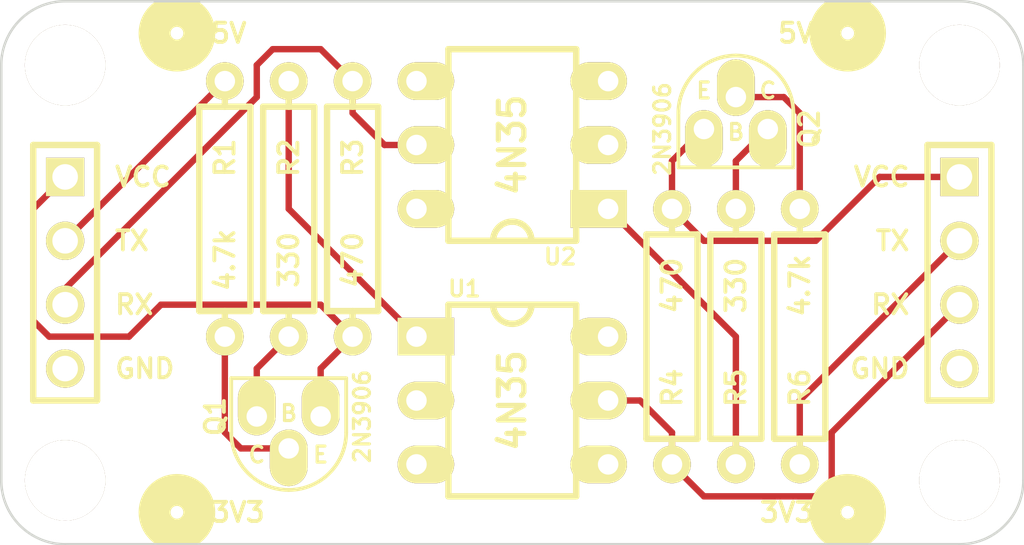
<source format=kicad_pcb>
(kicad_pcb (version 3) (host pcbnew "(2013-07-07 BZR 4022)-stable")

  (general
    (links 20)
    (no_connects 4)
    (area 0 0 0 0)
    (thickness 1.6)
    (drawings 24)
    (tracks 49)
    (zones 0)
    (modules 16)
    (nets 15)
  )

  (page A3)
  (layers
    (15 F.Cu signal)
    (0 B.Cu signal)
    (16 B.Adhes user)
    (17 F.Adhes user)
    (18 B.Paste user)
    (19 F.Paste user)
    (20 B.SilkS user)
    (21 F.SilkS user)
    (22 B.Mask user)
    (23 F.Mask user)
    (24 Dwgs.User user)
    (25 Cmts.User user)
    (26 Eco1.User user)
    (27 Eco2.User user)
    (28 Edge.Cuts user)
  )

  (setup
    (last_trace_width 0.254)
    (trace_clearance 0.254)
    (zone_clearance 0.508)
    (zone_45_only no)
    (trace_min 0.254)
    (segment_width 0.2)
    (edge_width 0.1)
    (via_size 0.889)
    (via_drill 0.635)
    (via_min_size 0.889)
    (via_min_drill 0.508)
    (uvia_size 0.508)
    (uvia_drill 0.127)
    (uvias_allowed no)
    (uvia_min_size 0.508)
    (uvia_min_drill 0.127)
    (pcb_text_width 0.3)
    (pcb_text_size 1.5 1.5)
    (mod_edge_width 0.15)
    (mod_text_size 1 1)
    (mod_text_width 0.15)
    (pad_size 1.5 1.5)
    (pad_drill 0.6)
    (pad_to_mask_clearance 0)
    (aux_axis_origin 0 0)
    (visible_elements FFFFFFBF)
    (pcbplotparams
      (layerselection 3178497)
      (usegerberextensions true)
      (excludeedgelayer true)
      (linewidth 0.150000)
      (plotframeref false)
      (viasonmask false)
      (mode 1)
      (useauxorigin false)
      (hpglpennumber 1)
      (hpglpenspeed 20)
      (hpglpendiameter 15)
      (hpglpenoverlay 2)
      (psnegative false)
      (psa4output false)
      (plotreference true)
      (plotvalue true)
      (plotothertext true)
      (plotinvisibletext false)
      (padsonsilk false)
      (subtractmaskfromsilk false)
      (outputformat 1)
      (mirror false)
      (drillshape 1)
      (scaleselection 1)
      (outputdirectory ""))
  )

  (net 0 "")
  (net 1 GNDA)
  (net 2 GNDB)
  (net 3 N-0000011)
  (net 4 N-0000012)
  (net 5 N-0000015)
  (net 6 N-000005)
  (net 7 N-000006)
  (net 8 N-000007)
  (net 9 RXA)
  (net 10 RXB)
  (net 11 TXA)
  (net 12 TXB)
  (net 13 VCCA)
  (net 14 VCCB)

  (net_class Default "This is the default net class."
    (clearance 0.254)
    (trace_width 0.254)
    (via_dia 0.889)
    (via_drill 0.635)
    (uvia_dia 0.508)
    (uvia_drill 0.127)
    (add_net "")
    (add_net GNDA)
    (add_net GNDB)
    (add_net N-0000011)
    (add_net N-0000012)
    (add_net N-0000015)
    (add_net N-000005)
    (add_net N-000006)
    (add_net N-000007)
    (add_net RXA)
    (add_net RXB)
    (add_net TXA)
    (add_net TXB)
    (add_net VCCA)
    (add_net VCCB)
  )

  (module TO-92_Q_EBC_059Bo_PL (layer F.Cu) (tedit 5324AA28) (tstamp 5546F383)
    (at 212.09 69.215)
    (descr "TO-92 Transistor, EBC pinout")
    (tags DEV)
    (path /5546F340)
    (fp_text reference Q1 (at -4.191 0 90) (layer F.SilkS)
      (effects (font (size 0.762 0.762) (thickness 0.1524)))
    )
    (fp_text value 2N3906 (at 1.651 0 90) (layer F.SilkS)
      (effects (font (size 0.635 0.635) (thickness 0.127)))
    )
    (fp_line (start 1.016 0.635) (end 1.016 -1.524) (layer F.SilkS) (width 0.15))
    (fp_line (start 1.016 -1.524) (end -3.556 -1.524) (layer F.SilkS) (width 0.15))
    (fp_line (start -3.556 -1.524) (end -3.556 0.635) (layer F.SilkS) (width 0.15))
    (fp_arc (start -1.27 0.635) (end -1.27 2.921) (angle 90) (layer F.SilkS) (width 0.15))
    (fp_arc (start -1.27 0.635) (end 1.016 0.635) (angle 90) (layer F.SilkS) (width 0.15))
    (fp_text user E (at 0 1.524) (layer F.SilkS)
      (effects (font (size 0.635 0.635) (thickness 0.127)))
    )
    (fp_text user B (at -1.27 -0.127) (layer F.SilkS)
      (effects (font (size 0.635 0.635) (thickness 0.127)))
    )
    (fp_text user C (at -2.54 1.524) (layer F.SilkS)
      (effects (font (size 0.635 0.635) (thickness 0.127)))
    )
    (pad 1 thru_hole oval (at 0 0) (size 1.4986 2.2479) (drill 0.8128 (offset 0 -0.37465))
      (layers *.Cu *.Mask F.SilkS)
      (net 13 VCCA)
    )
    (pad 2 thru_hole oval (at -1.27 1.27) (size 1.4986 2.2479) (drill 0.8128 (offset 0 0.37465))
      (layers *.Cu *.Mask F.SilkS)
      (net 4 N-0000012)
    )
    (pad 3 thru_hole oval (at -2.54 0) (size 1.4986 2.2479) (drill 0.8128 (offset 0 -0.37465))
      (layers *.Cu *.Mask F.SilkS)
      (net 3 N-0000011)
    )
    (model to-xxx-packages/to92.wrl
      (at (xyz 0 0 0))
      (scale (xyz 1 1 1))
      (rotate (xyz 0 0 0))
    )
  )

  (module TO-92_Q_EBC_059Bo_PL (layer F.Cu) (tedit 5324AA28) (tstamp 5546F392)
    (at 227.33 57.785 180)
    (descr "TO-92 Transistor, EBC pinout")
    (tags DEV)
    (path /5546F361)
    (fp_text reference Q2 (at -4.191 0 270) (layer F.SilkS)
      (effects (font (size 0.762 0.762) (thickness 0.1524)))
    )
    (fp_text value 2N3906 (at 1.651 0 270) (layer F.SilkS)
      (effects (font (size 0.635 0.635) (thickness 0.127)))
    )
    (fp_line (start 1.016 0.635) (end 1.016 -1.524) (layer F.SilkS) (width 0.15))
    (fp_line (start 1.016 -1.524) (end -3.556 -1.524) (layer F.SilkS) (width 0.15))
    (fp_line (start -3.556 -1.524) (end -3.556 0.635) (layer F.SilkS) (width 0.15))
    (fp_arc (start -1.27 0.635) (end -1.27 2.921) (angle 90) (layer F.SilkS) (width 0.15))
    (fp_arc (start -1.27 0.635) (end 1.016 0.635) (angle 90) (layer F.SilkS) (width 0.15))
    (fp_text user E (at 0 1.524 180) (layer F.SilkS)
      (effects (font (size 0.635 0.635) (thickness 0.127)))
    )
    (fp_text user B (at -1.27 -0.127 180) (layer F.SilkS)
      (effects (font (size 0.635 0.635) (thickness 0.127)))
    )
    (fp_text user C (at -2.54 1.524 180) (layer F.SilkS)
      (effects (font (size 0.635 0.635) (thickness 0.127)))
    )
    (pad 1 thru_hole oval (at 0 0 180) (size 1.4986 2.2479) (drill 0.8128 (offset 0 -0.37465))
      (layers *.Cu *.Mask F.SilkS)
      (net 14 VCCB)
    )
    (pad 2 thru_hole oval (at -1.27 1.27 180) (size 1.4986 2.2479) (drill 0.8128 (offset 0 0.37465))
      (layers *.Cu *.Mask F.SilkS)
      (net 6 N-000005)
    )
    (pad 3 thru_hole oval (at -2.54 0 180) (size 1.4986 2.2479) (drill 0.8128 (offset 0 -0.37465))
      (layers *.Cu *.Mask F.SilkS)
      (net 7 N-000006)
    )
    (model to-xxx-packages/to92.wrl
      (at (xyz 0 0 0))
      (scale (xyz 1 1 1))
      (rotate (xyz 0 0 0))
    )
  )

  (module R_AXIAL_0W25_059A_PL (layer F.Cu) (tedit 53A245D9) (tstamp 5546F39F)
    (at 208.28 55.88 270)
    (descr "Resistor Axial 1/4W 0.4\"")
    (tags R)
    (path /55465781)
    (autoplace_cost180 10)
    (fp_text reference R1 (at 3.048 0 270) (layer F.SilkS)
      (effects (font (size 0.762 0.762) (thickness 0.1524)))
    )
    (fp_text value 4.7k (at 7.112 0 270) (layer F.SilkS)
      (effects (font (size 0.762 0.762) (thickness 0.1524)))
    )
    (fp_line (start 0 0) (end 1.016 0) (layer F.SilkS) (width 0.254))
    (fp_line (start 1.016 0) (end 1.016 -1.016) (layer F.SilkS) (width 0.254))
    (fp_line (start 1.016 -1.016) (end 9.144 -1.016) (layer F.SilkS) (width 0.254))
    (fp_line (start 9.144 -1.016) (end 9.144 1.016) (layer F.SilkS) (width 0.254))
    (fp_line (start 9.144 1.016) (end 1.016 1.016) (layer F.SilkS) (width 0.254))
    (fp_line (start 1.016 1.016) (end 1.016 0) (layer F.SilkS) (width 0.254))
    (fp_line (start 10.16 0) (end 9.144 0) (layer F.SilkS) (width 0.254))
    (pad 1 thru_hole oval (at 0 0 270) (size 1.4986 1.4986) (drill 0.8128)
      (layers *.Cu *.Mask F.SilkS)
      (net 11 TXA)
    )
    (pad 2 thru_hole oval (at 10.16 0 270) (size 1.4986 1.4986) (drill 0.8128)
      (layers *.Cu *.Mask F.SilkS)
      (net 4 N-0000012)
    )
    (model discret/resistor.wrl
      (at (xyz 0 0 0))
      (scale (xyz 0.4 0.4 0.4))
      (rotate (xyz 0 0 0))
    )
  )

  (module R_AXIAL_0W25_059A_PL (layer F.Cu) (tedit 53A245D9) (tstamp 5546F3AC)
    (at 226.06 71.12 90)
    (descr "Resistor Axial 1/4W 0.4\"")
    (tags R)
    (path /55465B77)
    (autoplace_cost180 10)
    (fp_text reference R4 (at 3.048 0 90) (layer F.SilkS)
      (effects (font (size 0.762 0.762) (thickness 0.1524)))
    )
    (fp_text value 470 (at 7.112 0 90) (layer F.SilkS)
      (effects (font (size 0.762 0.762) (thickness 0.1524)))
    )
    (fp_line (start 0 0) (end 1.016 0) (layer F.SilkS) (width 0.254))
    (fp_line (start 1.016 0) (end 1.016 -1.016) (layer F.SilkS) (width 0.254))
    (fp_line (start 1.016 -1.016) (end 9.144 -1.016) (layer F.SilkS) (width 0.254))
    (fp_line (start 9.144 -1.016) (end 9.144 1.016) (layer F.SilkS) (width 0.254))
    (fp_line (start 9.144 1.016) (end 1.016 1.016) (layer F.SilkS) (width 0.254))
    (fp_line (start 1.016 1.016) (end 1.016 0) (layer F.SilkS) (width 0.254))
    (fp_line (start 10.16 0) (end 9.144 0) (layer F.SilkS) (width 0.254))
    (pad 1 thru_hole oval (at 0 0 90) (size 1.4986 1.4986) (drill 0.8128)
      (layers *.Cu *.Mask F.SilkS)
      (net 10 RXB)
    )
    (pad 2 thru_hole oval (at 10.16 0 90) (size 1.4986 1.4986) (drill 0.8128)
      (layers *.Cu *.Mask F.SilkS)
      (net 14 VCCB)
    )
    (model discret/resistor.wrl
      (at (xyz 0 0 0))
      (scale (xyz 0.4 0.4 0.4))
      (rotate (xyz 0 0 0))
    )
  )

  (module R_AXIAL_0W25_059A_PL (layer F.Cu) (tedit 53A245D9) (tstamp 5546F3B9)
    (at 210.82 55.88 270)
    (descr "Resistor Axial 1/4W 0.4\"")
    (tags R)
    (path /5546D91C)
    (autoplace_cost180 10)
    (fp_text reference R2 (at 3.048 0 270) (layer F.SilkS)
      (effects (font (size 0.762 0.762) (thickness 0.1524)))
    )
    (fp_text value 330 (at 7.112 0 270) (layer F.SilkS)
      (effects (font (size 0.762 0.762) (thickness 0.1524)))
    )
    (fp_line (start 0 0) (end 1.016 0) (layer F.SilkS) (width 0.254))
    (fp_line (start 1.016 0) (end 1.016 -1.016) (layer F.SilkS) (width 0.254))
    (fp_line (start 1.016 -1.016) (end 9.144 -1.016) (layer F.SilkS) (width 0.254))
    (fp_line (start 9.144 -1.016) (end 9.144 1.016) (layer F.SilkS) (width 0.254))
    (fp_line (start 9.144 1.016) (end 1.016 1.016) (layer F.SilkS) (width 0.254))
    (fp_line (start 1.016 1.016) (end 1.016 0) (layer F.SilkS) (width 0.254))
    (fp_line (start 10.16 0) (end 9.144 0) (layer F.SilkS) (width 0.254))
    (pad 1 thru_hole oval (at 0 0 270) (size 1.4986 1.4986) (drill 0.8128)
      (layers *.Cu *.Mask F.SilkS)
      (net 5 N-0000015)
    )
    (pad 2 thru_hole oval (at 10.16 0 270) (size 1.4986 1.4986) (drill 0.8128)
      (layers *.Cu *.Mask F.SilkS)
      (net 3 N-0000011)
    )
    (model discret/resistor.wrl
      (at (xyz 0 0 0))
      (scale (xyz 0.4 0.4 0.4))
      (rotate (xyz 0 0 0))
    )
  )

  (module R_AXIAL_0W25_059A_PL (layer F.Cu) (tedit 53A245D9) (tstamp 5546F3C6)
    (at 231.14 71.12 90)
    (descr "Resistor Axial 1/4W 0.4\"")
    (tags R)
    (path /5546D977)
    (autoplace_cost180 10)
    (fp_text reference R6 (at 3.048 0 90) (layer F.SilkS)
      (effects (font (size 0.762 0.762) (thickness 0.1524)))
    )
    (fp_text value 4.7k (at 7.112 0 90) (layer F.SilkS)
      (effects (font (size 0.762 0.762) (thickness 0.1524)))
    )
    (fp_line (start 0 0) (end 1.016 0) (layer F.SilkS) (width 0.254))
    (fp_line (start 1.016 0) (end 1.016 -1.016) (layer F.SilkS) (width 0.254))
    (fp_line (start 1.016 -1.016) (end 9.144 -1.016) (layer F.SilkS) (width 0.254))
    (fp_line (start 9.144 -1.016) (end 9.144 1.016) (layer F.SilkS) (width 0.254))
    (fp_line (start 9.144 1.016) (end 1.016 1.016) (layer F.SilkS) (width 0.254))
    (fp_line (start 1.016 1.016) (end 1.016 0) (layer F.SilkS) (width 0.254))
    (fp_line (start 10.16 0) (end 9.144 0) (layer F.SilkS) (width 0.254))
    (pad 1 thru_hole oval (at 0 0 90) (size 1.4986 1.4986) (drill 0.8128)
      (layers *.Cu *.Mask F.SilkS)
      (net 12 TXB)
    )
    (pad 2 thru_hole oval (at 10.16 0 90) (size 1.4986 1.4986) (drill 0.8128)
      (layers *.Cu *.Mask F.SilkS)
      (net 6 N-000005)
    )
    (model discret/resistor.wrl
      (at (xyz 0 0 0))
      (scale (xyz 0.4 0.4 0.4))
      (rotate (xyz 0 0 0))
    )
  )

  (module R_AXIAL_0W25_059A_PL (layer F.Cu) (tedit 53A245D9) (tstamp 5546F3D3)
    (at 213.36 55.88 270)
    (descr "Resistor Axial 1/4W 0.4\"")
    (tags R)
    (path /5546D97D)
    (autoplace_cost180 10)
    (fp_text reference R3 (at 3.048 0 270) (layer F.SilkS)
      (effects (font (size 0.762 0.762) (thickness 0.1524)))
    )
    (fp_text value 470 (at 7.112 0 270) (layer F.SilkS)
      (effects (font (size 0.762 0.762) (thickness 0.1524)))
    )
    (fp_line (start 0 0) (end 1.016 0) (layer F.SilkS) (width 0.254))
    (fp_line (start 1.016 0) (end 1.016 -1.016) (layer F.SilkS) (width 0.254))
    (fp_line (start 1.016 -1.016) (end 9.144 -1.016) (layer F.SilkS) (width 0.254))
    (fp_line (start 9.144 -1.016) (end 9.144 1.016) (layer F.SilkS) (width 0.254))
    (fp_line (start 9.144 1.016) (end 1.016 1.016) (layer F.SilkS) (width 0.254))
    (fp_line (start 1.016 1.016) (end 1.016 0) (layer F.SilkS) (width 0.254))
    (fp_line (start 10.16 0) (end 9.144 0) (layer F.SilkS) (width 0.254))
    (pad 1 thru_hole oval (at 0 0 270) (size 1.4986 1.4986) (drill 0.8128)
      (layers *.Cu *.Mask F.SilkS)
      (net 9 RXA)
    )
    (pad 2 thru_hole oval (at 10.16 0 270) (size 1.4986 1.4986) (drill 0.8128)
      (layers *.Cu *.Mask F.SilkS)
      (net 13 VCCA)
    )
    (model discret/resistor.wrl
      (at (xyz 0 0 0))
      (scale (xyz 0.4 0.4 0.4))
      (rotate (xyz 0 0 0))
    )
  )

  (module R_AXIAL_0W25_059A_PL (layer F.Cu) (tedit 53A245D9) (tstamp 5546F3E0)
    (at 228.6 71.12 90)
    (descr "Resistor Axial 1/4W 0.4\"")
    (tags R)
    (path /5546D98C)
    (autoplace_cost180 10)
    (fp_text reference R5 (at 3.048 0 90) (layer F.SilkS)
      (effects (font (size 0.762 0.762) (thickness 0.1524)))
    )
    (fp_text value 330 (at 7.112 0 90) (layer F.SilkS)
      (effects (font (size 0.762 0.762) (thickness 0.1524)))
    )
    (fp_line (start 0 0) (end 1.016 0) (layer F.SilkS) (width 0.254))
    (fp_line (start 1.016 0) (end 1.016 -1.016) (layer F.SilkS) (width 0.254))
    (fp_line (start 1.016 -1.016) (end 9.144 -1.016) (layer F.SilkS) (width 0.254))
    (fp_line (start 9.144 -1.016) (end 9.144 1.016) (layer F.SilkS) (width 0.254))
    (fp_line (start 9.144 1.016) (end 1.016 1.016) (layer F.SilkS) (width 0.254))
    (fp_line (start 1.016 1.016) (end 1.016 0) (layer F.SilkS) (width 0.254))
    (fp_line (start 10.16 0) (end 9.144 0) (layer F.SilkS) (width 0.254))
    (pad 1 thru_hole oval (at 0 0 90) (size 1.4986 1.4986) (drill 0.8128)
      (layers *.Cu *.Mask F.SilkS)
      (net 8 N-000007)
    )
    (pad 2 thru_hole oval (at 10.16 0 90) (size 1.4986 1.4986) (drill 0.8128)
      (layers *.Cu *.Mask F.SilkS)
      (net 7 N-000006)
    )
    (model discret/resistor.wrl
      (at (xyz 0 0 0))
      (scale (xyz 0.4 0.4 0.4))
      (rotate (xyz 0 0 0))
    )
  )

  (module PIN_ARRAY_4x1 (layer F.Cu) (tedit 5546FC4D) (tstamp 5546F3EC)
    (at 201.93 63.5 270)
    (descr "Double rangee de contacts 2 x 5 pins")
    (tags CONN)
    (path /554657AF)
    (fp_text reference P1 (at 0 -2.54 270) (layer F.SilkS) hide
      (effects (font (size 1.016 1.016) (thickness 0.2032)))
    )
    (fp_text value CONN_4 (at 0 2.54 270) (layer F.SilkS) hide
      (effects (font (size 1.016 1.016) (thickness 0.2032)))
    )
    (fp_line (start 5.08 1.27) (end -5.08 1.27) (layer F.SilkS) (width 0.254))
    (fp_line (start 5.08 -1.27) (end -5.08 -1.27) (layer F.SilkS) (width 0.254))
    (fp_line (start -5.08 -1.27) (end -5.08 1.27) (layer F.SilkS) (width 0.254))
    (fp_line (start 5.08 1.27) (end 5.08 -1.27) (layer F.SilkS) (width 0.254))
    (pad 1 thru_hole rect (at -3.81 0 270) (size 1.524 1.524) (drill 1.016)
      (layers *.Cu *.Mask F.SilkS)
      (net 13 VCCA)
    )
    (pad 2 thru_hole circle (at -1.27 0 270) (size 1.524 1.524) (drill 1.016)
      (layers *.Cu *.Mask F.SilkS)
      (net 11 TXA)
    )
    (pad 3 thru_hole circle (at 1.27 0 270) (size 1.524 1.524) (drill 1.016)
      (layers *.Cu *.Mask F.SilkS)
      (net 9 RXA)
    )
    (pad 4 thru_hole circle (at 3.81 0 270) (size 1.524 1.524) (drill 1.016)
      (layers *.Cu *.Mask F.SilkS)
      (net 1 GNDA)
    )
    (model pin_array\pins_array_4x1.wrl
      (at (xyz 0 0 0))
      (scale (xyz 1 1 1))
      (rotate (xyz 0 0 0))
    )
  )

  (module PIN_ARRAY_4x1 (layer F.Cu) (tedit 5546FCF8) (tstamp 5546F3F8)
    (at 237.49 63.5 270)
    (descr "Double rangee de contacts 2 x 5 pins")
    (tags CONN)
    (path /55465835)
    (fp_text reference P2 (at 0 -2.54 270) (layer F.SilkS) hide
      (effects (font (size 1.016 1.016) (thickness 0.2032)))
    )
    (fp_text value CONN_4 (at 0 2.54 270) (layer F.SilkS) hide
      (effects (font (size 1.016 1.016) (thickness 0.2032)))
    )
    (fp_line (start 5.08 1.27) (end -5.08 1.27) (layer F.SilkS) (width 0.254))
    (fp_line (start 5.08 -1.27) (end -5.08 -1.27) (layer F.SilkS) (width 0.254))
    (fp_line (start -5.08 -1.27) (end -5.08 1.27) (layer F.SilkS) (width 0.254))
    (fp_line (start 5.08 1.27) (end 5.08 -1.27) (layer F.SilkS) (width 0.254))
    (pad 1 thru_hole rect (at -3.81 0 270) (size 1.524 1.524) (drill 1.016)
      (layers *.Cu *.Mask F.SilkS)
      (net 14 VCCB)
    )
    (pad 2 thru_hole circle (at -1.27 0 270) (size 1.524 1.524) (drill 1.016)
      (layers *.Cu *.Mask F.SilkS)
      (net 12 TXB)
    )
    (pad 3 thru_hole circle (at 1.27 0 270) (size 1.524 1.524) (drill 1.016)
      (layers *.Cu *.Mask F.SilkS)
      (net 10 RXB)
    )
    (pad 4 thru_hole circle (at 3.81 0 270) (size 1.524 1.524) (drill 1.016)
      (layers *.Cu *.Mask F.SilkS)
      (net 2 GNDB)
    )
    (model pin_array\pins_array_4x1.wrl
      (at (xyz 0 0 0))
      (scale (xyz 1 1 1))
      (rotate (xyz 0 0 0))
    )
  )

  (module DIP6_PL (layer F.Cu) (tedit 5546FCDC) (tstamp 5546F408)
    (at 215.9 66.04 270)
    (descr "6-lead DIP package")
    (tags DIP)
    (path /55465719)
    (fp_text reference U1 (at -1.905 -1.905 360) (layer F.SilkS)
      (effects (font (size 0.635 0.635) (thickness 0.127)))
    )
    (fp_text value 4N35 (at 2.54 -3.81 270) (layer F.SilkS)
      (effects (font (size 1.016 1.016) (thickness 0.2032)))
    )
    (fp_arc (start -1.27 -3.81) (end -1.27 -4.572) (angle 90) (layer F.SilkS) (width 0.254))
    (fp_arc (start -1.27 -3.81) (end -0.508 -3.81) (angle 90) (layer F.SilkS) (width 0.254))
    (fp_line (start -1.27 -6.35) (end 6.35 -6.35) (layer F.SilkS) (width 0.254))
    (fp_line (start 6.35 -6.35) (end 6.35 -1.27) (layer F.SilkS) (width 0.254))
    (fp_line (start 6.35 -1.27) (end -1.27 -1.27) (layer F.SilkS) (width 0.254))
    (fp_line (start -1.27 -1.27) (end -1.27 -6.35) (layer F.SilkS) (width 0.254))
    (pad 1 thru_hole rect (at 0 0 270) (size 1.4986 2.2479) (drill 0.8128 (offset 0 -0.37465))
      (layers *.Cu *.Mask F.SilkS)
      (net 5 N-0000015)
    )
    (pad 2 thru_hole oval (at 2.54 0 270) (size 1.4986 2.2479) (drill 0.8128 (offset 0 -0.37465))
      (layers *.Cu *.Mask F.SilkS)
      (net 1 GNDA)
    )
    (pad 3 thru_hole oval (at 5.08 0 270) (size 1.4986 2.2479) (drill 0.8128 (offset 0 -0.37465))
      (layers *.Cu *.Mask F.SilkS)
    )
    (pad 4 thru_hole oval (at 5.08 -7.62 270) (size 1.4986 2.2479) (drill 0.8128 (offset 0 0.37465))
      (layers *.Cu *.Mask F.SilkS)
      (net 2 GNDB)
    )
    (pad 5 thru_hole oval (at 2.54 -7.62 270) (size 1.4986 2.2479) (drill 0.8128 (offset 0 0.37465))
      (layers *.Cu *.Mask F.SilkS)
      (net 10 RXB)
    )
    (pad 6 thru_hole oval (at 0 -7.62 270) (size 1.4986 2.2479) (drill 0.8128 (offset 0 0.37465))
      (layers *.Cu *.Mask F.SilkS)
    )
    (model dil/dil_8.wrl
      (at (xyz 0 0 0))
      (scale (xyz 1 1 1))
      (rotate (xyz 0 0 0))
    )
  )

  (module DIP6_PL (layer F.Cu) (tedit 5546FCE9) (tstamp 5546F418)
    (at 223.52 60.96 90)
    (descr "6-lead DIP package")
    (tags DIP)
    (path /5546D971)
    (fp_text reference U2 (at -1.905 -1.905 180) (layer F.SilkS)
      (effects (font (size 0.635 0.635) (thickness 0.127)))
    )
    (fp_text value 4N35 (at 2.54 -3.81 90) (layer F.SilkS)
      (effects (font (size 1.016 1.016) (thickness 0.2032)))
    )
    (fp_arc (start -1.27 -3.81) (end -1.27 -4.572) (angle 90) (layer F.SilkS) (width 0.254))
    (fp_arc (start -1.27 -3.81) (end -0.508 -3.81) (angle 90) (layer F.SilkS) (width 0.254))
    (fp_line (start -1.27 -6.35) (end 6.35 -6.35) (layer F.SilkS) (width 0.254))
    (fp_line (start 6.35 -6.35) (end 6.35 -1.27) (layer F.SilkS) (width 0.254))
    (fp_line (start 6.35 -1.27) (end -1.27 -1.27) (layer F.SilkS) (width 0.254))
    (fp_line (start -1.27 -1.27) (end -1.27 -6.35) (layer F.SilkS) (width 0.254))
    (pad 1 thru_hole rect (at 0 0 90) (size 1.4986 2.2479) (drill 0.8128 (offset 0 -0.37465))
      (layers *.Cu *.Mask F.SilkS)
      (net 8 N-000007)
    )
    (pad 2 thru_hole oval (at 2.54 0 90) (size 1.4986 2.2479) (drill 0.8128 (offset 0 -0.37465))
      (layers *.Cu *.Mask F.SilkS)
      (net 2 GNDB)
    )
    (pad 3 thru_hole oval (at 5.08 0 90) (size 1.4986 2.2479) (drill 0.8128 (offset 0 -0.37465))
      (layers *.Cu *.Mask F.SilkS)
    )
    (pad 4 thru_hole oval (at 5.08 -7.62 90) (size 1.4986 2.2479) (drill 0.8128 (offset 0 0.37465))
      (layers *.Cu *.Mask F.SilkS)
      (net 1 GNDA)
    )
    (pad 5 thru_hole oval (at 2.54 -7.62 90) (size 1.4986 2.2479) (drill 0.8128 (offset 0 0.37465))
      (layers *.Cu *.Mask F.SilkS)
      (net 9 RXA)
    )
    (pad 6 thru_hole oval (at 0 -7.62 90) (size 1.4986 2.2479) (drill 0.8128 (offset 0 0.37465))
      (layers *.Cu *.Mask F.SilkS)
    )
    (model dil/dil_8.wrl
      (at (xyz 0 0 0))
      (scale (xyz 1 1 1))
      (rotate (xyz 0 0 0))
    )
  )

  (module hole_M3_2 (layer F.Cu) (tedit 550BAD19) (tstamp 5547BC08)
    (at 201.93 55.245)
    (descr "M3 mounting hole")
    (path 1pin)
    (fp_text reference H*** (at 0 -3.048) (layer F.SilkS) hide
      (effects (font (size 1.016 1.016) (thickness 0.254)))
    )
    (fp_text value Val** (at 0 2.794) (layer F.SilkS) hide
      (effects (font (size 1.016 1.016) (thickness 0.254)))
    )
    (pad 1 thru_hole circle (at 0 0) (size 3.2 3.2) (drill 3.2)
      (layers *.Cu *.Mask F.SilkS)
    )
  )

  (module hole_M3_2 (layer F.Cu) (tedit 550BAD19) (tstamp 5547BC3A)
    (at 237.49 55.245)
    (descr "M3 mounting hole")
    (path 1pin)
    (fp_text reference H*** (at 0 -3.048) (layer F.SilkS) hide
      (effects (font (size 1.016 1.016) (thickness 0.254)))
    )
    (fp_text value Val** (at 0 2.794) (layer F.SilkS) hide
      (effects (font (size 1.016 1.016) (thickness 0.254)))
    )
    (pad 1 thru_hole circle (at 0 0) (size 3.2 3.2) (drill 3.2)
      (layers *.Cu *.Mask F.SilkS)
    )
  )

  (module hole_M3_2 (layer F.Cu) (tedit 550BAD19) (tstamp 5547BC48)
    (at 237.49 71.755)
    (descr "M3 mounting hole")
    (path 1pin)
    (fp_text reference H*** (at 0 -3.048) (layer F.SilkS) hide
      (effects (font (size 1.016 1.016) (thickness 0.254)))
    )
    (fp_text value Val** (at 0 2.794) (layer F.SilkS) hide
      (effects (font (size 1.016 1.016) (thickness 0.254)))
    )
    (pad 1 thru_hole circle (at 0 0) (size 3.2 3.2) (drill 3.2)
      (layers *.Cu *.Mask F.SilkS)
    )
  )

  (module hole_M3_2 (layer F.Cu) (tedit 550BAD19) (tstamp 5547BC51)
    (at 201.93 71.755)
    (descr "M3 mounting hole")
    (path 1pin)
    (fp_text reference H*** (at 0 -3.048) (layer F.SilkS) hide
      (effects (font (size 1.016 1.016) (thickness 0.254)))
    )
    (fp_text value Val** (at 0 2.794) (layer F.SilkS) hide
      (effects (font (size 1.016 1.016) (thickness 0.254)))
    )
    (pad 1 thru_hole circle (at 0 0) (size 3.2 3.2) (drill 3.2)
      (layers *.Cu *.Mask F.SilkS)
    )
  )

  (gr_circle (center 233.045 73.025) (end 233.299 73.025) (layer F.SilkS) (width 1.27))
  (gr_circle (center 233.045 53.975) (end 233.299 53.975) (layer F.SilkS) (width 1.27))
  (gr_line (start 240.03 55.245) (end 240.03 71.755) (angle 90) (layer Edge.Cuts) (width 0.1))
  (gr_line (start 199.39 55.245) (end 199.39 71.755) (angle 90) (layer Edge.Cuts) (width 0.1))
  (gr_circle (center 206.375 73.025) (end 206.375 72.771) (layer F.SilkS) (width 1.27))
  (gr_circle (center 206.375 53.975) (end 206.629 53.975) (layer F.SilkS) (width 1.27))
  (gr_line (start 201.93 74.295) (end 237.49 74.295) (angle 90) (layer Edge.Cuts) (width 0.1))
  (gr_line (start 237.49 52.705) (end 201.93 52.705) (angle 90) (layer Edge.Cuts) (width 0.1))
  (gr_arc (start 237.49 71.755) (end 240.03 71.755) (angle 90) (layer Edge.Cuts) (width 0.1))
  (gr_arc (start 237.49 55.245) (end 237.49 52.705) (angle 90) (layer Edge.Cuts) (width 0.1))
  (gr_arc (start 201.93 71.755) (end 201.93 74.295) (angle 90) (layer Edge.Cuts) (width 0.1))
  (gr_arc (start 201.93 55.245) (end 199.39 55.245) (angle 90) (layer Edge.Cuts) (width 0.1))
  (gr_text 3V3 (at 231.775 73.025) (layer F.SilkS)
    (effects (font (size 0.762 0.762) (thickness 0.1524)) (justify right))
  )
  (gr_text 5V (at 231.775 53.975) (layer F.SilkS)
    (effects (font (size 0.762 0.762) (thickness 0.1524)) (justify right))
  )
  (gr_text 3V3 (at 207.645 73.025) (layer F.SilkS)
    (effects (font (size 0.762 0.762) (thickness 0.1524)) (justify left))
  )
  (gr_text 5V (at 207.645 53.975) (layer F.SilkS)
    (effects (font (size 0.762 0.762) (thickness 0.1524)) (justify left))
  )
  (gr_text GND (at 203.835 67.31) (layer F.SilkS)
    (effects (font (size 0.762 0.762) (thickness 0.1524)) (justify left))
  )
  (gr_text RX (at 203.835 64.77) (layer F.SilkS)
    (effects (font (size 0.762 0.762) (thickness 0.1524)) (justify left))
  )
  (gr_text TX (at 203.835 62.23) (layer F.SilkS)
    (effects (font (size 0.762 0.762) (thickness 0.1524)) (justify left))
  )
  (gr_text VCC (at 203.835 59.69) (layer F.SilkS)
    (effects (font (size 0.762 0.762) (thickness 0.1524)) (justify left))
  )
  (gr_text GND (at 235.585 67.31) (layer F.SilkS)
    (effects (font (size 0.762 0.762) (thickness 0.1524)) (justify right))
  )
  (gr_text RX (at 235.585 64.77) (layer F.SilkS)
    (effects (font (size 0.762 0.762) (thickness 0.1524)) (justify right))
  )
  (gr_text TX (at 235.585 62.23) (layer F.SilkS)
    (effects (font (size 0.762 0.762) (thickness 0.1524)) (justify right))
  )
  (gr_text VCC (at 235.585 59.69) (layer F.SilkS)
    (effects (font (size 0.762 0.762) (thickness 0.1524)) (justify right))
  )

  (segment (start 209.55 69.215) (end 209.55 67.31) (width 0.254) (layer F.Cu) (net 3))
  (segment (start 209.55 67.31) (end 210.82 66.04) (width 0.254) (layer F.Cu) (net 3) (tstamp 5546FB16))
  (segment (start 208.28 66.04) (end 208.28 69.85) (width 0.254) (layer F.Cu) (net 4))
  (segment (start 208.915 70.485) (end 210.82 70.485) (width 0.254) (layer F.Cu) (net 4) (tstamp 5546FB1B))
  (segment (start 208.28 69.85) (end 208.915 70.485) (width 0.254) (layer F.Cu) (net 4) (tstamp 5546FB1A))
  (segment (start 210.82 55.88) (end 210.82 60.96) (width 0.254) (layer F.Cu) (net 5))
  (segment (start 210.82 60.96) (end 215.9 66.04) (width 0.254) (layer F.Cu) (net 5) (tstamp 5546FB0E))
  (segment (start 228.6 56.515) (end 230.505 56.515) (width 0.254) (layer F.Cu) (net 6))
  (segment (start 231.14 57.15) (end 231.14 60.96) (width 0.254) (layer F.Cu) (net 6) (tstamp 5546FA84))
  (segment (start 230.505 56.515) (end 231.14 57.15) (width 0.254) (layer F.Cu) (net 6) (tstamp 5546FA83))
  (segment (start 228.6 60.96) (end 228.6 59.055) (width 0.254) (layer F.Cu) (net 7))
  (segment (start 228.6 59.055) (end 229.87 57.785) (width 0.254) (layer F.Cu) (net 7) (tstamp 5546FA7F))
  (segment (start 223.52 60.96) (end 228.6 66.04) (width 0.254) (layer F.Cu) (net 8))
  (segment (start 228.6 66.04) (end 228.6 71.12) (width 0.254) (layer F.Cu) (net 8) (tstamp 5546FA99))
  (segment (start 212.09 54.61) (end 213.36 55.88) (width 0.254) (layer F.Cu) (net 9) (tstamp 5546FB5F))
  (segment (start 210.185 54.61) (end 212.09 54.61) (width 0.254) (layer F.Cu) (net 9) (tstamp 5546FB5E))
  (segment (start 209.55 55.245) (end 210.185 54.61) (width 0.254) (layer F.Cu) (net 9) (tstamp 5546FB5D))
  (segment (start 209.55 56.515) (end 209.55 55.245) (width 0.254) (layer F.Cu) (net 9) (tstamp 5546FB5B))
  (segment (start 201.93 64.135) (end 209.55 56.515) (width 0.254) (layer F.Cu) (net 9) (tstamp 5546FB5A))
  (segment (start 201.93 64.77) (end 201.93 64.135) (width 0.254) (layer F.Cu) (net 9))
  (segment (start 213.36 55.88) (end 213.36 57.15) (width 0.254) (layer F.Cu) (net 9))
  (segment (start 213.36 57.15) (end 214.63 58.42) (width 0.254) (layer F.Cu) (net 9) (tstamp 5546FB0A))
  (segment (start 214.63 58.42) (end 215.9 58.42) (width 0.254) (layer F.Cu) (net 9) (tstamp 5546FB0B))
  (segment (start 232.41 71.755) (end 232.41 69.85) (width 0.254) (layer F.Cu) (net 10))
  (segment (start 226.06 71.12) (end 227.33 72.39) (width 0.254) (layer F.Cu) (net 10) (tstamp 5546FA92))
  (segment (start 231.775 72.39) (end 227.33 72.39) (width 0.254) (layer F.Cu) (net 10) (tstamp 5546FA91))
  (segment (start 232.41 71.755) (end 231.775 72.39) (width 0.254) (layer F.Cu) (net 10) (tstamp 5546FA90))
  (segment (start 232.41 69.85) (end 237.49 64.77) (width 0.254) (layer F.Cu) (net 10) (tstamp 5546FB54))
  (segment (start 223.52 68.58) (end 224.79 68.58) (width 0.254) (layer F.Cu) (net 10))
  (segment (start 226.06 69.85) (end 226.06 71.12) (width 0.254) (layer F.Cu) (net 10) (tstamp 5546FA96))
  (segment (start 224.79 68.58) (end 226.06 69.85) (width 0.254) (layer F.Cu) (net 10) (tstamp 5546FA95))
  (segment (start 208.28 55.88) (end 201.93 62.23) (width 0.254) (layer F.Cu) (net 11))
  (segment (start 231.14 71.12) (end 231.14 68.58) (width 0.254) (layer F.Cu) (net 12))
  (segment (start 231.14 68.58) (end 237.49 62.23) (width 0.254) (layer F.Cu) (net 12) (tstamp 5546FB4E))
  (segment (start 201.93 59.69) (end 200.66 60.96) (width 0.254) (layer F.Cu) (net 13))
  (segment (start 212.09 64.77) (end 213.36 66.04) (width 0.254) (layer F.Cu) (net 13) (tstamp 5546FB7B))
  (segment (start 205.74 64.77) (end 212.09 64.77) (width 0.254) (layer F.Cu) (net 13) (tstamp 5546FB7A))
  (segment (start 204.47 66.04) (end 205.74 64.77) (width 0.254) (layer F.Cu) (net 13) (tstamp 5546FB79))
  (segment (start 201.295 66.04) (end 204.47 66.04) (width 0.254) (layer F.Cu) (net 13) (tstamp 5546FB78))
  (segment (start 200.66 65.405) (end 201.295 66.04) (width 0.254) (layer F.Cu) (net 13) (tstamp 5546FB77))
  (segment (start 200.66 60.96) (end 200.66 65.405) (width 0.254) (layer F.Cu) (net 13) (tstamp 5546FB76))
  (segment (start 212.09 69.215) (end 212.09 67.31) (width 0.254) (layer F.Cu) (net 13))
  (segment (start 212.09 67.31) (end 213.36 66.04) (width 0.254) (layer F.Cu) (net 13) (tstamp 5546FB12))
  (segment (start 226.06 60.96) (end 227.33 62.23) (width 0.254) (layer F.Cu) (net 14))
  (segment (start 234.315 59.69) (end 237.49 59.69) (width 0.254) (layer F.Cu) (net 14) (tstamp 5546FB48))
  (segment (start 231.775 62.23) (end 234.315 59.69) (width 0.254) (layer F.Cu) (net 14) (tstamp 5546FB47))
  (segment (start 227.33 62.23) (end 231.775 62.23) (width 0.254) (layer F.Cu) (net 14) (tstamp 5546FB46))
  (segment (start 226.06 60.96) (end 226.06 59.055) (width 0.254) (layer F.Cu) (net 14))
  (segment (start 226.06 59.055) (end 227.33 57.785) (width 0.254) (layer F.Cu) (net 14) (tstamp 5546FA7B))

)

</source>
